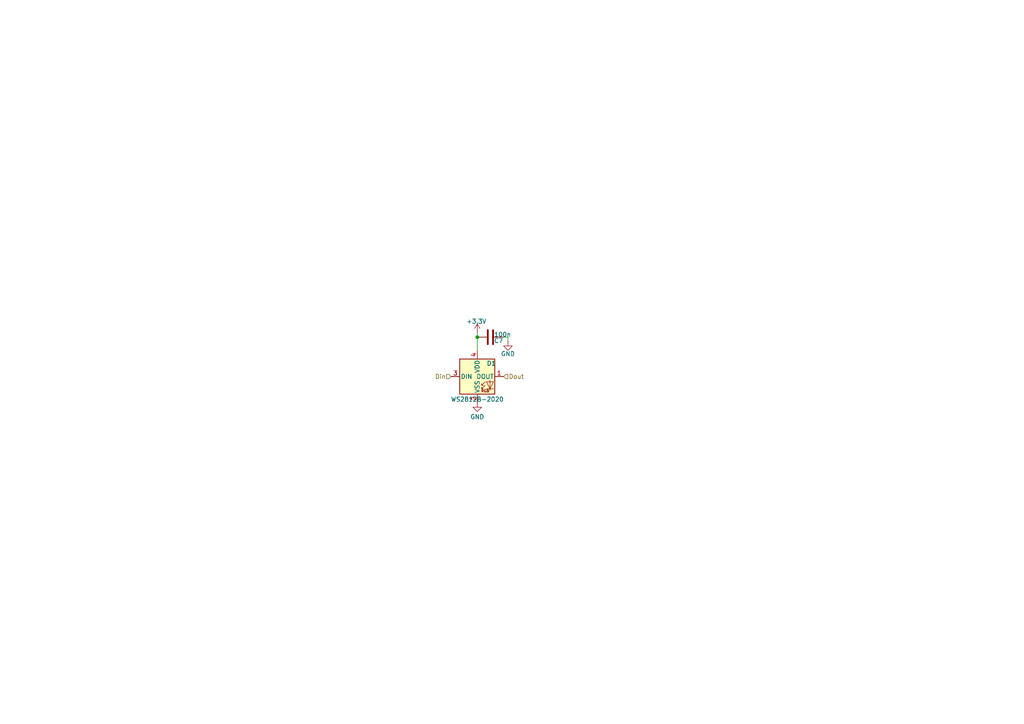
<source format=kicad_sch>
(kicad_sch (version 20250114) (generator "eeschema") (generator_version "9.0")
  (paper "A4")
  (title_block (date "2025-09-24") (company "Felix Pelster"))
  (lib_symbols
    (symbol "Device:C" (pin_numbers (hide yes)) (pin_names (offset 0.254))
      (property "Reference" "C" (at 0.635 2.54 0))
      (property "Value" "C" (at 0.635 -2.54 0))
      (symbol "C_0_1"
        (polyline (pts (xy -2.032 0.762) (xy 2.032 0.762)) (stroke (width 0.508)))
        (polyline (pts (xy -2.032 -0.762) (xy 2.032 -0.762)) (stroke (width 0.508)))
      )
      (symbol "C_1_1"
        (pin passive line (at 0 3.81 270) (length 2.794) (name "~") (number "1"))
        (pin passive line (at 0 -3.81 90) (length 2.794) (name "~") (number "2"))
      )
    )
    (symbol "LED:WS2812B-2020" (pin_names (offset 0.254))
      (property "Reference" "D" (at 5.08 5.715 0))
      (property "Value" "WS2812B-2020" (at 1.27 -5.715 0))
      (symbol "WS2812B-2020_0_0"
        (text "RGB" (at 2.286 -4.191 0) (effects (font (size 0.762 0.762))))
      )
      (symbol "WS2812B-2020_0_1"
        (polyline (pts (xy 1.27 -2.54) (xy 1.778 -2.54)))
        (polyline (pts (xy 1.27 -3.556) (xy 1.778 -3.556)))
        (polyline (pts (xy 2.286 -1.524) (xy 1.27 -2.54) (xy 1.27 -2.032)))
        (polyline (pts (xy 2.286 -2.54) (xy 1.27 -3.556) (xy 1.27 -3.048)))
        (polyline (pts (xy 3.683 -1.016) (xy 3.683 -3.556) (xy 3.683 -4.064)))
        (polyline (pts (xy 4.699 -1.524) (xy 2.667 -1.524) (xy 3.683 -3.556) (xy 4.699 -1.524)))
        (polyline (pts (xy 4.699 -3.556) (xy 2.667 -3.556)))
        (rectangle (start 5.08 5.08) (end -5.08 -5.08) (stroke (width 0.254)) (fill (type background)))
      )
      (symbol "WS2812B-2020_1_1"
        (pin input line (at -7.62 0 0) (length 2.54) (name "DIN") (number "3"))
        (pin power_in line (at 0 7.62 270) (length 2.54) (name "VDD") (number "4"))
        (pin power_in line (at 0 -7.62 90) (length 2.54) (name "VSS") (number "2"))
        (pin output line (at 7.62 0 180) (length 2.54) (name "DOUT") (number "1"))
      )
    )
    (symbol "power:+3.3V" (power) (pin_numbers (hide yes)) (pin_names (offset 0) (hide yes))
      (property "Value" "+3.3V" (at 0 3.556 0))
      (symbol "+3.3V_0_1"
        (polyline (pts (xy -0.762 1.27) (xy 0 2.54)))
        (polyline (pts (xy 0 2.54) (xy 0.762 1.27)))
        (polyline (pts (xy 0 0) (xy 0 2.54)))
      )
      (symbol "+3.3V_1_1"
        (pin power_in line (at 0 0 90) (length 0) (name "~") (number "1"))
      )
    )
    (symbol "power:GND" (power) (pin_numbers (hide yes)) (pin_names (offset 0) (hide yes))
      (property "Value" "GND" (at 0 -3.81 0))
      (symbol "GND_0_1"
        (polyline (pts (xy 0 0) (xy 0 -1.27) (xy 1.27 -1.27) (xy 0 -2.54) (xy -1.27 -1.27) (xy 0 -1.27)))
      )
      (symbol "GND_1_1"
        (pin power_in line (at 0 0 270) (length 0) (name "~") (number "1"))
      )
    )
  )
  (junction (at 138.43 97.79))
  (wire (pts (xy 146.05 97.79) (xy 147.32 97.79)))
  (wire (pts (xy 147.32 97.79) (xy 147.32 99.06)))
  (wire (pts (xy 138.43 96.52) (xy 138.43 97.79)))
  (wire (pts (xy 138.43 97.79) (xy 138.43 101.6)))
  (hierarchical_label "Dout" (shape input) (at 146.05 109.22 0))
  (hierarchical_label "Din" (shape input) (at 130.81 109.22 180))
  (symbol (lib_id "power:+3.3V") (at 138.43 96.52 0) (unit 1)
    (property "Reference" "#PWR033" (effects (hide yes)))
    (property "Value" "+3.3V" (at 138.176 93.218 0))
    (property "Description" "Power symbol creates a global label with name \"+3.3V\"" (effects (hide yes)))
    (instances (project "PipeWatch" (path "" (reference "#PWR033") (unit 1)) (path "" (reference "#PWR036") (unit 1)) (path "" (reference "#PWR042") (unit 1)) (path "" (reference "#PWR039") (unit 1))))
  )
  (symbol (lib_id "LED:WS2812B-2020") (at 138.43 109.22 0) (unit 1)
    (property "Reference" "D1" (at 142.494 105.41 0))
    (property "Value" "WS2812B-2020" (at 138.43 115.824 0))
    (property "Footprint" "Felix:LED_4691_Neopixel_Edge" (effects (hide yes)))
    (property "Datasheet" "https://cdn-shop.adafruit.com/product-files/4684/4684_WS2812B-2020_V1.3_EN.pdf" (effects (hide yes)))
    (property "Description" "RGB LED with integrated controller, 2.0 x 2.0 mm, 12 mA" (effects (hide yes)))
    (instances (project "PipeWatch" (path "" (reference "D1") (unit 1)) (path "" (reference "D2") (unit 1)) (path "" (reference "D4") (unit 1)) (path "" (reference "D3") (unit 1))))
  )
  (symbol (lib_id "power:GND") (at 147.32 99.06 0) (unit 1)
    (property "Reference" "#PWR035" (effects (hide yes)))
    (property "Value" "GND" (at 147.32 102.616 0))
    (property "Description" "Power symbol creates a global label with name \"GND\" , ground" (effects (hide yes)))
    (instances (project "PipeWatch" (path "" (reference "#PWR035") (unit 1)) (path "" (reference "#PWR038") (unit 1)) (path "" (reference "#PWR044") (unit 1)) (path "" (reference "#PWR041") (unit 1))))
  )
  (symbol (lib_id "Device:C") (at 142.24 97.79 270) (unit 1)
    (property "Reference" "C7" (at 143.256 98.806 90) (effects (justify left)))
    (property "Value" "100n" (at 143.256 97.028 90) (effects (justify left)))
    (property "Footprint" "Capacitor_SMD:C_0603_1608Metric" (effects (hide yes)))
    (property "Description" "Unpolarized capacitor" (effects (hide yes)))
    (instances (project "PipeWatch" (path "" (reference "C7") (unit 1)) (path "" (reference "C8") (unit 1)) (path "" (reference "C10") (unit 1)) (path "" (reference "C9") (unit 1))))
  )
  (symbol (lib_id "power:GND") (at 138.43 116.84 0) (unit 1)
    (property "Reference" "#PWR034" (effects (hide yes)))
    (property "Value" "GND" (at 138.43 120.904 0))
    (property "Description" "Power symbol creates a global label with name \"GND\" , ground" (effects (hide yes)))
    (instances (project "PipeWatch" (path "" (reference "#PWR034") (unit 1)) (path "" (reference "#PWR037") (unit 1)) (path "" (reference "#PWR043") (unit 1)) (path "" (reference "#PWR040") (unit 1))))
  )
)
</source>
